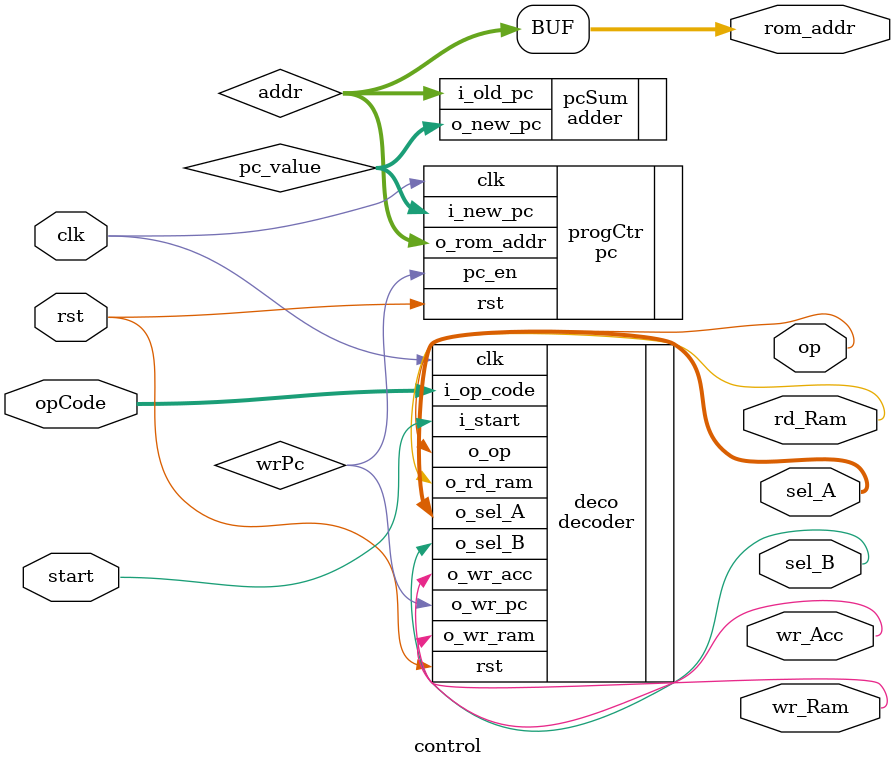
<source format=v>
`timescale 1ns / 1ps


module control #(
    parameter BUS_SIZE = 16,
              OPS_SIZE = 5,
              ADD_SIZE = 11
    )
    (
    output [1:0] sel_A,
    output sel_B,
    output wr_Acc,
    output op,
    output wr_Ram,
    output rd_Ram,
    output [ADD_SIZE-1:0] rom_addr,
    input clk,
    input rst,
    input start,
    input [OPS_SIZE-1:0] opCode
    );
    
    wire wrPc; 
    wire [ADD_SIZE-1:0] addr;
    wire [ADD_SIZE-1:0] pc_value;
    
    decoder
    deco (
        .o_wr_pc(wrPc),
        .o_sel_A(sel_A),
        .o_sel_B(sel_B),
        .o_wr_acc(wr_Acc),
        .o_op(op),
        .o_wr_ram(wr_Ram),
        .o_rd_ram(rd_Ram),
        //output reg o_addr,
        .clk(clk),
        .rst(rst),
        .i_start(start),
        .i_op_code(opCode)
        );
            
   pc
   progCtr (
         .o_rom_addr(addr),
         .clk(clk),
         .rst(rst),
         .pc_en(wrPc),
         .i_new_pc(pc_value)
      );
      
   adder
   pcSum (
            .o_new_pc(pc_value),
            .i_old_pc(addr)
       );
   
   assign rom_addr = addr;
endmodule

</source>
